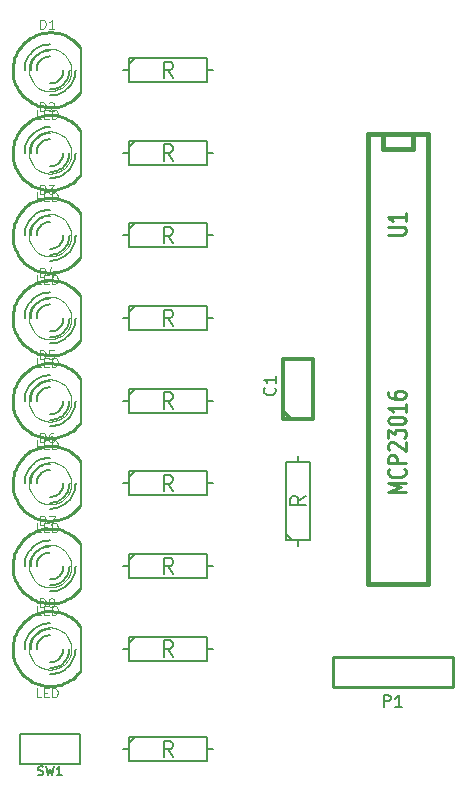
<source format=gto>
G04 (created by PCBNEW-RS274X (2012-apr-16-27)-stable) date Sa 15 Jun 2013 15:32:55 CEST*
G01*
G70*
G90*
%MOIN*%
G04 Gerber Fmt 3.4, Leading zero omitted, Abs format*
%FSLAX34Y34*%
G04 APERTURE LIST*
%ADD10C,0.006000*%
%ADD11C,0.008000*%
%ADD12C,0.010000*%
%ADD13C,0.003000*%
%ADD14C,0.015000*%
%ADD15C,0.012000*%
%ADD16C,0.003500*%
%ADD17C,0.011300*%
G04 APERTURE END LIST*
G54D10*
G54D11*
X56571Y-40748D02*
X56771Y-40748D01*
X59571Y-40748D02*
X59371Y-40748D01*
X59371Y-40748D02*
X59371Y-40348D01*
X59371Y-40348D02*
X56771Y-40348D01*
X56771Y-40348D02*
X56771Y-41148D01*
X56771Y-41148D02*
X59371Y-41148D01*
X59371Y-41148D02*
X59371Y-40748D01*
X56771Y-40548D02*
X56971Y-40348D01*
X56571Y-37992D02*
X56771Y-37992D01*
X59571Y-37992D02*
X59371Y-37992D01*
X59371Y-37992D02*
X59371Y-37592D01*
X59371Y-37592D02*
X56771Y-37592D01*
X56771Y-37592D02*
X56771Y-38392D01*
X56771Y-38392D02*
X59371Y-38392D01*
X59371Y-38392D02*
X59371Y-37992D01*
X56771Y-37792D02*
X56971Y-37592D01*
X56571Y-35236D02*
X56771Y-35236D01*
X59571Y-35236D02*
X59371Y-35236D01*
X59371Y-35236D02*
X59371Y-34836D01*
X59371Y-34836D02*
X56771Y-34836D01*
X56771Y-34836D02*
X56771Y-35636D01*
X56771Y-35636D02*
X59371Y-35636D01*
X59371Y-35636D02*
X59371Y-35236D01*
X56771Y-35036D02*
X56971Y-34836D01*
X56571Y-32480D02*
X56771Y-32480D01*
X59571Y-32480D02*
X59371Y-32480D01*
X59371Y-32480D02*
X59371Y-32080D01*
X59371Y-32080D02*
X56771Y-32080D01*
X56771Y-32080D02*
X56771Y-32880D01*
X56771Y-32880D02*
X59371Y-32880D01*
X59371Y-32880D02*
X59371Y-32480D01*
X56771Y-32280D02*
X56971Y-32080D01*
X56571Y-29724D02*
X56771Y-29724D01*
X59571Y-29724D02*
X59371Y-29724D01*
X59371Y-29724D02*
X59371Y-29324D01*
X59371Y-29324D02*
X56771Y-29324D01*
X56771Y-29324D02*
X56771Y-30124D01*
X56771Y-30124D02*
X59371Y-30124D01*
X59371Y-30124D02*
X59371Y-29724D01*
X56771Y-29524D02*
X56971Y-29324D01*
X56571Y-26969D02*
X56771Y-26969D01*
X59571Y-26969D02*
X59371Y-26969D01*
X59371Y-26969D02*
X59371Y-26569D01*
X59371Y-26569D02*
X56771Y-26569D01*
X56771Y-26569D02*
X56771Y-27369D01*
X56771Y-27369D02*
X59371Y-27369D01*
X59371Y-27369D02*
X59371Y-26969D01*
X56771Y-26769D02*
X56971Y-26569D01*
X56571Y-24213D02*
X56771Y-24213D01*
X59571Y-24213D02*
X59371Y-24213D01*
X59371Y-24213D02*
X59371Y-23813D01*
X59371Y-23813D02*
X56771Y-23813D01*
X56771Y-23813D02*
X56771Y-24613D01*
X56771Y-24613D02*
X59371Y-24613D01*
X59371Y-24613D02*
X59371Y-24213D01*
X56771Y-24013D02*
X56971Y-23813D01*
X56571Y-21457D02*
X56771Y-21457D01*
X59571Y-21457D02*
X59371Y-21457D01*
X59371Y-21457D02*
X59371Y-21057D01*
X59371Y-21057D02*
X56771Y-21057D01*
X56771Y-21057D02*
X56771Y-21857D01*
X56771Y-21857D02*
X59371Y-21857D01*
X59371Y-21857D02*
X59371Y-21457D01*
X56771Y-21257D02*
X56971Y-21057D01*
X62402Y-37327D02*
X62402Y-37127D01*
X62402Y-34327D02*
X62402Y-34527D01*
X62402Y-34527D02*
X62002Y-34527D01*
X62002Y-34527D02*
X62002Y-37127D01*
X62002Y-37127D02*
X62802Y-37127D01*
X62802Y-37127D02*
X62802Y-34527D01*
X62802Y-34527D02*
X62402Y-34527D01*
X62202Y-37127D02*
X62002Y-36927D01*
X56571Y-44094D02*
X56771Y-44094D01*
X59571Y-44094D02*
X59371Y-44094D01*
X59371Y-44094D02*
X59371Y-43694D01*
X59371Y-43694D02*
X56771Y-43694D01*
X56771Y-43694D02*
X56771Y-44494D01*
X56771Y-44494D02*
X59371Y-44494D01*
X59371Y-44494D02*
X59371Y-44094D01*
X56771Y-43894D02*
X56971Y-43694D01*
G54D12*
X63551Y-41035D02*
X67551Y-41035D01*
X63551Y-42035D02*
X67551Y-42035D01*
X67551Y-42035D02*
X67551Y-41035D01*
X63551Y-41035D02*
X63551Y-42035D01*
G54D10*
X55134Y-43594D02*
X55134Y-44594D01*
X55134Y-44594D02*
X53134Y-44594D01*
X53134Y-44594D02*
X53134Y-43594D01*
X53134Y-43594D02*
X55134Y-43594D01*
G54D11*
X55155Y-41498D02*
X55155Y-39998D01*
G54D13*
X54842Y-40748D02*
X54828Y-40885D01*
X54788Y-41017D01*
X54723Y-41139D01*
X54636Y-41246D01*
X54530Y-41334D01*
X54408Y-41399D01*
X54277Y-41440D01*
X54139Y-41454D01*
X54003Y-41442D01*
X53871Y-41403D01*
X53748Y-41339D01*
X53641Y-41253D01*
X53552Y-41147D01*
X53486Y-41026D01*
X53444Y-40894D01*
X53429Y-40757D01*
X53440Y-40621D01*
X53478Y-40488D01*
X53541Y-40366D01*
X53627Y-40257D01*
X53732Y-40168D01*
X53852Y-40101D01*
X53984Y-40058D01*
X54121Y-40042D01*
X54257Y-40052D01*
X54390Y-40089D01*
X54513Y-40152D01*
X54622Y-40237D01*
X54712Y-40341D01*
X54780Y-40461D01*
X54824Y-40592D01*
X54841Y-40729D01*
X54842Y-40748D01*
G54D12*
X55134Y-39998D02*
X55065Y-39914D01*
X54989Y-39836D01*
X54906Y-39765D01*
X54817Y-39701D01*
X54723Y-39646D01*
X54625Y-39599D01*
X54523Y-39560D01*
X54418Y-39531D01*
X54311Y-39511D01*
X54202Y-39500D01*
X54094Y-39499D01*
X53985Y-39508D01*
X53878Y-39525D01*
X53772Y-39552D01*
X53669Y-39589D01*
X53570Y-39634D01*
X53475Y-39687D01*
X53385Y-39749D01*
X53301Y-39818D01*
X53223Y-39894D01*
X53152Y-39977D01*
X53088Y-40066D01*
X53033Y-40160D01*
X52986Y-40258D01*
X52947Y-40360D01*
X52918Y-40465D01*
X52898Y-40572D01*
X52887Y-40681D01*
X52886Y-40789D01*
X52895Y-40898D01*
X52912Y-41005D01*
X52939Y-41111D01*
X52976Y-41214D01*
X53021Y-41313D01*
X53074Y-41408D01*
X53136Y-41498D01*
X53205Y-41582D01*
X53281Y-41660D01*
X53364Y-41731D01*
X53453Y-41795D01*
X53547Y-41850D01*
X53645Y-41897D01*
X53747Y-41936D01*
X53852Y-41965D01*
X53959Y-41985D01*
X54068Y-41996D01*
X54176Y-41997D01*
X54285Y-41988D01*
X54392Y-41971D01*
X54498Y-41944D01*
X54601Y-41907D01*
X54700Y-41862D01*
X54795Y-41809D01*
X54885Y-41747D01*
X54969Y-41678D01*
X55047Y-41602D01*
X55118Y-41519D01*
X55134Y-41498D01*
G54D10*
X54135Y-40298D02*
X54096Y-40300D01*
X54057Y-40305D01*
X54019Y-40314D01*
X53982Y-40326D01*
X53945Y-40341D01*
X53911Y-40359D01*
X53877Y-40380D01*
X53846Y-40404D01*
X53817Y-40430D01*
X53791Y-40459D01*
X53767Y-40490D01*
X53746Y-40524D01*
X53728Y-40558D01*
X53713Y-40595D01*
X53701Y-40632D01*
X53692Y-40670D01*
X53687Y-40709D01*
X53685Y-40748D01*
X54135Y-41198D02*
X54174Y-41196D01*
X54213Y-41191D01*
X54251Y-41182D01*
X54288Y-41170D01*
X54325Y-41155D01*
X54360Y-41137D01*
X54393Y-41116D01*
X54424Y-41092D01*
X54453Y-41066D01*
X54479Y-41037D01*
X54503Y-41006D01*
X54524Y-40972D01*
X54542Y-40938D01*
X54557Y-40901D01*
X54569Y-40864D01*
X54578Y-40826D01*
X54583Y-40787D01*
X54585Y-40748D01*
X54135Y-40098D02*
X54079Y-40101D01*
X54023Y-40108D01*
X53967Y-40121D01*
X53913Y-40138D01*
X53861Y-40159D01*
X53811Y-40186D01*
X53763Y-40216D01*
X53718Y-40251D01*
X53676Y-40289D01*
X53638Y-40331D01*
X53603Y-40376D01*
X53573Y-40424D01*
X53546Y-40474D01*
X53525Y-40526D01*
X53508Y-40580D01*
X53495Y-40636D01*
X53488Y-40692D01*
X53485Y-40748D01*
X54135Y-41398D02*
X54191Y-41395D01*
X54247Y-41388D01*
X54303Y-41375D01*
X54357Y-41358D01*
X54409Y-41337D01*
X54460Y-41310D01*
X54507Y-41280D01*
X54552Y-41245D01*
X54594Y-41207D01*
X54632Y-41165D01*
X54667Y-41120D01*
X54697Y-41072D01*
X54724Y-41022D01*
X54745Y-40970D01*
X54762Y-40916D01*
X54775Y-40860D01*
X54782Y-40804D01*
X54785Y-40748D01*
X54135Y-39898D02*
X54061Y-39902D01*
X53988Y-39911D01*
X53916Y-39927D01*
X53845Y-39950D01*
X53776Y-39978D01*
X53711Y-40012D01*
X53648Y-40052D01*
X53589Y-40097D01*
X53534Y-40147D01*
X53484Y-40202D01*
X53439Y-40261D01*
X53399Y-40324D01*
X53365Y-40389D01*
X53337Y-40458D01*
X53314Y-40529D01*
X53298Y-40601D01*
X53289Y-40674D01*
X53285Y-40748D01*
X54135Y-41598D02*
X54209Y-41594D01*
X54282Y-41585D01*
X54354Y-41569D01*
X54425Y-41546D01*
X54494Y-41518D01*
X54560Y-41484D01*
X54622Y-41444D01*
X54681Y-41399D01*
X54736Y-41349D01*
X54786Y-41294D01*
X54831Y-41235D01*
X54871Y-41172D01*
X54905Y-41107D01*
X54933Y-41038D01*
X54956Y-40967D01*
X54972Y-40895D01*
X54981Y-40822D01*
X54985Y-40748D01*
G54D11*
X55155Y-38742D02*
X55155Y-37242D01*
G54D13*
X54842Y-37992D02*
X54828Y-38129D01*
X54788Y-38261D01*
X54723Y-38383D01*
X54636Y-38490D01*
X54530Y-38578D01*
X54408Y-38643D01*
X54277Y-38684D01*
X54139Y-38698D01*
X54003Y-38686D01*
X53871Y-38647D01*
X53748Y-38583D01*
X53641Y-38497D01*
X53552Y-38391D01*
X53486Y-38270D01*
X53444Y-38138D01*
X53429Y-38001D01*
X53440Y-37865D01*
X53478Y-37732D01*
X53541Y-37610D01*
X53627Y-37501D01*
X53732Y-37412D01*
X53852Y-37345D01*
X53984Y-37302D01*
X54121Y-37286D01*
X54257Y-37296D01*
X54390Y-37333D01*
X54513Y-37396D01*
X54622Y-37481D01*
X54712Y-37585D01*
X54780Y-37705D01*
X54824Y-37836D01*
X54841Y-37973D01*
X54842Y-37992D01*
G54D12*
X55134Y-37242D02*
X55065Y-37158D01*
X54989Y-37080D01*
X54906Y-37009D01*
X54817Y-36945D01*
X54723Y-36890D01*
X54625Y-36843D01*
X54523Y-36804D01*
X54418Y-36775D01*
X54311Y-36755D01*
X54202Y-36744D01*
X54094Y-36743D01*
X53985Y-36752D01*
X53878Y-36769D01*
X53772Y-36796D01*
X53669Y-36833D01*
X53570Y-36878D01*
X53475Y-36931D01*
X53385Y-36993D01*
X53301Y-37062D01*
X53223Y-37138D01*
X53152Y-37221D01*
X53088Y-37310D01*
X53033Y-37404D01*
X52986Y-37502D01*
X52947Y-37604D01*
X52918Y-37709D01*
X52898Y-37816D01*
X52887Y-37925D01*
X52886Y-38033D01*
X52895Y-38142D01*
X52912Y-38249D01*
X52939Y-38355D01*
X52976Y-38458D01*
X53021Y-38557D01*
X53074Y-38652D01*
X53136Y-38742D01*
X53205Y-38826D01*
X53281Y-38904D01*
X53364Y-38975D01*
X53453Y-39039D01*
X53547Y-39094D01*
X53645Y-39141D01*
X53747Y-39180D01*
X53852Y-39209D01*
X53959Y-39229D01*
X54068Y-39240D01*
X54176Y-39241D01*
X54285Y-39232D01*
X54392Y-39215D01*
X54498Y-39188D01*
X54601Y-39151D01*
X54700Y-39106D01*
X54795Y-39053D01*
X54885Y-38991D01*
X54969Y-38922D01*
X55047Y-38846D01*
X55118Y-38763D01*
X55134Y-38742D01*
G54D10*
X54135Y-37542D02*
X54096Y-37544D01*
X54057Y-37549D01*
X54019Y-37558D01*
X53982Y-37570D01*
X53945Y-37585D01*
X53911Y-37603D01*
X53877Y-37624D01*
X53846Y-37648D01*
X53817Y-37674D01*
X53791Y-37703D01*
X53767Y-37734D01*
X53746Y-37768D01*
X53728Y-37802D01*
X53713Y-37839D01*
X53701Y-37876D01*
X53692Y-37914D01*
X53687Y-37953D01*
X53685Y-37992D01*
X54135Y-38442D02*
X54174Y-38440D01*
X54213Y-38435D01*
X54251Y-38426D01*
X54288Y-38414D01*
X54325Y-38399D01*
X54360Y-38381D01*
X54393Y-38360D01*
X54424Y-38336D01*
X54453Y-38310D01*
X54479Y-38281D01*
X54503Y-38250D01*
X54524Y-38216D01*
X54542Y-38182D01*
X54557Y-38145D01*
X54569Y-38108D01*
X54578Y-38070D01*
X54583Y-38031D01*
X54585Y-37992D01*
X54135Y-37342D02*
X54079Y-37345D01*
X54023Y-37352D01*
X53967Y-37365D01*
X53913Y-37382D01*
X53861Y-37403D01*
X53811Y-37430D01*
X53763Y-37460D01*
X53718Y-37495D01*
X53676Y-37533D01*
X53638Y-37575D01*
X53603Y-37620D01*
X53573Y-37668D01*
X53546Y-37718D01*
X53525Y-37770D01*
X53508Y-37824D01*
X53495Y-37880D01*
X53488Y-37936D01*
X53485Y-37992D01*
X54135Y-38642D02*
X54191Y-38639D01*
X54247Y-38632D01*
X54303Y-38619D01*
X54357Y-38602D01*
X54409Y-38581D01*
X54460Y-38554D01*
X54507Y-38524D01*
X54552Y-38489D01*
X54594Y-38451D01*
X54632Y-38409D01*
X54667Y-38364D01*
X54697Y-38316D01*
X54724Y-38266D01*
X54745Y-38214D01*
X54762Y-38160D01*
X54775Y-38104D01*
X54782Y-38048D01*
X54785Y-37992D01*
X54135Y-37142D02*
X54061Y-37146D01*
X53988Y-37155D01*
X53916Y-37171D01*
X53845Y-37194D01*
X53776Y-37222D01*
X53711Y-37256D01*
X53648Y-37296D01*
X53589Y-37341D01*
X53534Y-37391D01*
X53484Y-37446D01*
X53439Y-37505D01*
X53399Y-37568D01*
X53365Y-37633D01*
X53337Y-37702D01*
X53314Y-37773D01*
X53298Y-37845D01*
X53289Y-37918D01*
X53285Y-37992D01*
X54135Y-38842D02*
X54209Y-38838D01*
X54282Y-38829D01*
X54354Y-38813D01*
X54425Y-38790D01*
X54494Y-38762D01*
X54560Y-38728D01*
X54622Y-38688D01*
X54681Y-38643D01*
X54736Y-38593D01*
X54786Y-38538D01*
X54831Y-38479D01*
X54871Y-38416D01*
X54905Y-38351D01*
X54933Y-38282D01*
X54956Y-38211D01*
X54972Y-38139D01*
X54981Y-38066D01*
X54985Y-37992D01*
G54D11*
X55155Y-35986D02*
X55155Y-34486D01*
G54D13*
X54842Y-35236D02*
X54828Y-35373D01*
X54788Y-35505D01*
X54723Y-35627D01*
X54636Y-35734D01*
X54530Y-35822D01*
X54408Y-35887D01*
X54277Y-35928D01*
X54139Y-35942D01*
X54003Y-35930D01*
X53871Y-35891D01*
X53748Y-35827D01*
X53641Y-35741D01*
X53552Y-35635D01*
X53486Y-35514D01*
X53444Y-35382D01*
X53429Y-35245D01*
X53440Y-35109D01*
X53478Y-34976D01*
X53541Y-34854D01*
X53627Y-34745D01*
X53732Y-34656D01*
X53852Y-34589D01*
X53984Y-34546D01*
X54121Y-34530D01*
X54257Y-34540D01*
X54390Y-34577D01*
X54513Y-34640D01*
X54622Y-34725D01*
X54712Y-34829D01*
X54780Y-34949D01*
X54824Y-35080D01*
X54841Y-35217D01*
X54842Y-35236D01*
G54D12*
X55134Y-34486D02*
X55065Y-34402D01*
X54989Y-34324D01*
X54906Y-34253D01*
X54817Y-34189D01*
X54723Y-34134D01*
X54625Y-34087D01*
X54523Y-34048D01*
X54418Y-34019D01*
X54311Y-33999D01*
X54202Y-33988D01*
X54094Y-33987D01*
X53985Y-33996D01*
X53878Y-34013D01*
X53772Y-34040D01*
X53669Y-34077D01*
X53570Y-34122D01*
X53475Y-34175D01*
X53385Y-34237D01*
X53301Y-34306D01*
X53223Y-34382D01*
X53152Y-34465D01*
X53088Y-34554D01*
X53033Y-34648D01*
X52986Y-34746D01*
X52947Y-34848D01*
X52918Y-34953D01*
X52898Y-35060D01*
X52887Y-35169D01*
X52886Y-35277D01*
X52895Y-35386D01*
X52912Y-35493D01*
X52939Y-35599D01*
X52976Y-35702D01*
X53021Y-35801D01*
X53074Y-35896D01*
X53136Y-35986D01*
X53205Y-36070D01*
X53281Y-36148D01*
X53364Y-36219D01*
X53453Y-36283D01*
X53547Y-36338D01*
X53645Y-36385D01*
X53747Y-36424D01*
X53852Y-36453D01*
X53959Y-36473D01*
X54068Y-36484D01*
X54176Y-36485D01*
X54285Y-36476D01*
X54392Y-36459D01*
X54498Y-36432D01*
X54601Y-36395D01*
X54700Y-36350D01*
X54795Y-36297D01*
X54885Y-36235D01*
X54969Y-36166D01*
X55047Y-36090D01*
X55118Y-36007D01*
X55134Y-35986D01*
G54D10*
X54135Y-34786D02*
X54096Y-34788D01*
X54057Y-34793D01*
X54019Y-34802D01*
X53982Y-34814D01*
X53945Y-34829D01*
X53911Y-34847D01*
X53877Y-34868D01*
X53846Y-34892D01*
X53817Y-34918D01*
X53791Y-34947D01*
X53767Y-34978D01*
X53746Y-35012D01*
X53728Y-35046D01*
X53713Y-35083D01*
X53701Y-35120D01*
X53692Y-35158D01*
X53687Y-35197D01*
X53685Y-35236D01*
X54135Y-35686D02*
X54174Y-35684D01*
X54213Y-35679D01*
X54251Y-35670D01*
X54288Y-35658D01*
X54325Y-35643D01*
X54360Y-35625D01*
X54393Y-35604D01*
X54424Y-35580D01*
X54453Y-35554D01*
X54479Y-35525D01*
X54503Y-35494D01*
X54524Y-35460D01*
X54542Y-35426D01*
X54557Y-35389D01*
X54569Y-35352D01*
X54578Y-35314D01*
X54583Y-35275D01*
X54585Y-35236D01*
X54135Y-34586D02*
X54079Y-34589D01*
X54023Y-34596D01*
X53967Y-34609D01*
X53913Y-34626D01*
X53861Y-34647D01*
X53811Y-34674D01*
X53763Y-34704D01*
X53718Y-34739D01*
X53676Y-34777D01*
X53638Y-34819D01*
X53603Y-34864D01*
X53573Y-34912D01*
X53546Y-34962D01*
X53525Y-35014D01*
X53508Y-35068D01*
X53495Y-35124D01*
X53488Y-35180D01*
X53485Y-35236D01*
X54135Y-35886D02*
X54191Y-35883D01*
X54247Y-35876D01*
X54303Y-35863D01*
X54357Y-35846D01*
X54409Y-35825D01*
X54460Y-35798D01*
X54507Y-35768D01*
X54552Y-35733D01*
X54594Y-35695D01*
X54632Y-35653D01*
X54667Y-35608D01*
X54697Y-35560D01*
X54724Y-35510D01*
X54745Y-35458D01*
X54762Y-35404D01*
X54775Y-35348D01*
X54782Y-35292D01*
X54785Y-35236D01*
X54135Y-34386D02*
X54061Y-34390D01*
X53988Y-34399D01*
X53916Y-34415D01*
X53845Y-34438D01*
X53776Y-34466D01*
X53711Y-34500D01*
X53648Y-34540D01*
X53589Y-34585D01*
X53534Y-34635D01*
X53484Y-34690D01*
X53439Y-34749D01*
X53399Y-34812D01*
X53365Y-34877D01*
X53337Y-34946D01*
X53314Y-35017D01*
X53298Y-35089D01*
X53289Y-35162D01*
X53285Y-35236D01*
X54135Y-36086D02*
X54209Y-36082D01*
X54282Y-36073D01*
X54354Y-36057D01*
X54425Y-36034D01*
X54494Y-36006D01*
X54560Y-35972D01*
X54622Y-35932D01*
X54681Y-35887D01*
X54736Y-35837D01*
X54786Y-35782D01*
X54831Y-35723D01*
X54871Y-35660D01*
X54905Y-35595D01*
X54933Y-35526D01*
X54956Y-35455D01*
X54972Y-35383D01*
X54981Y-35310D01*
X54985Y-35236D01*
G54D11*
X55155Y-33230D02*
X55155Y-31730D01*
G54D13*
X54842Y-32480D02*
X54828Y-32617D01*
X54788Y-32749D01*
X54723Y-32871D01*
X54636Y-32978D01*
X54530Y-33066D01*
X54408Y-33131D01*
X54277Y-33172D01*
X54139Y-33186D01*
X54003Y-33174D01*
X53871Y-33135D01*
X53748Y-33071D01*
X53641Y-32985D01*
X53552Y-32879D01*
X53486Y-32758D01*
X53444Y-32626D01*
X53429Y-32489D01*
X53440Y-32353D01*
X53478Y-32220D01*
X53541Y-32098D01*
X53627Y-31989D01*
X53732Y-31900D01*
X53852Y-31833D01*
X53984Y-31790D01*
X54121Y-31774D01*
X54257Y-31784D01*
X54390Y-31821D01*
X54513Y-31884D01*
X54622Y-31969D01*
X54712Y-32073D01*
X54780Y-32193D01*
X54824Y-32324D01*
X54841Y-32461D01*
X54842Y-32480D01*
G54D12*
X55134Y-31730D02*
X55065Y-31646D01*
X54989Y-31568D01*
X54906Y-31497D01*
X54817Y-31433D01*
X54723Y-31378D01*
X54625Y-31331D01*
X54523Y-31292D01*
X54418Y-31263D01*
X54311Y-31243D01*
X54202Y-31232D01*
X54094Y-31231D01*
X53985Y-31240D01*
X53878Y-31257D01*
X53772Y-31284D01*
X53669Y-31321D01*
X53570Y-31366D01*
X53475Y-31419D01*
X53385Y-31481D01*
X53301Y-31550D01*
X53223Y-31626D01*
X53152Y-31709D01*
X53088Y-31798D01*
X53033Y-31892D01*
X52986Y-31990D01*
X52947Y-32092D01*
X52918Y-32197D01*
X52898Y-32304D01*
X52887Y-32413D01*
X52886Y-32521D01*
X52895Y-32630D01*
X52912Y-32737D01*
X52939Y-32843D01*
X52976Y-32946D01*
X53021Y-33045D01*
X53074Y-33140D01*
X53136Y-33230D01*
X53205Y-33314D01*
X53281Y-33392D01*
X53364Y-33463D01*
X53453Y-33527D01*
X53547Y-33582D01*
X53645Y-33629D01*
X53747Y-33668D01*
X53852Y-33697D01*
X53959Y-33717D01*
X54068Y-33728D01*
X54176Y-33729D01*
X54285Y-33720D01*
X54392Y-33703D01*
X54498Y-33676D01*
X54601Y-33639D01*
X54700Y-33594D01*
X54795Y-33541D01*
X54885Y-33479D01*
X54969Y-33410D01*
X55047Y-33334D01*
X55118Y-33251D01*
X55134Y-33230D01*
G54D10*
X54135Y-32030D02*
X54096Y-32032D01*
X54057Y-32037D01*
X54019Y-32046D01*
X53982Y-32058D01*
X53945Y-32073D01*
X53911Y-32091D01*
X53877Y-32112D01*
X53846Y-32136D01*
X53817Y-32162D01*
X53791Y-32191D01*
X53767Y-32222D01*
X53746Y-32256D01*
X53728Y-32290D01*
X53713Y-32327D01*
X53701Y-32364D01*
X53692Y-32402D01*
X53687Y-32441D01*
X53685Y-32480D01*
X54135Y-32930D02*
X54174Y-32928D01*
X54213Y-32923D01*
X54251Y-32914D01*
X54288Y-32902D01*
X54325Y-32887D01*
X54360Y-32869D01*
X54393Y-32848D01*
X54424Y-32824D01*
X54453Y-32798D01*
X54479Y-32769D01*
X54503Y-32738D01*
X54524Y-32704D01*
X54542Y-32670D01*
X54557Y-32633D01*
X54569Y-32596D01*
X54578Y-32558D01*
X54583Y-32519D01*
X54585Y-32480D01*
X54135Y-31830D02*
X54079Y-31833D01*
X54023Y-31840D01*
X53967Y-31853D01*
X53913Y-31870D01*
X53861Y-31891D01*
X53811Y-31918D01*
X53763Y-31948D01*
X53718Y-31983D01*
X53676Y-32021D01*
X53638Y-32063D01*
X53603Y-32108D01*
X53573Y-32156D01*
X53546Y-32206D01*
X53525Y-32258D01*
X53508Y-32312D01*
X53495Y-32368D01*
X53488Y-32424D01*
X53485Y-32480D01*
X54135Y-33130D02*
X54191Y-33127D01*
X54247Y-33120D01*
X54303Y-33107D01*
X54357Y-33090D01*
X54409Y-33069D01*
X54460Y-33042D01*
X54507Y-33012D01*
X54552Y-32977D01*
X54594Y-32939D01*
X54632Y-32897D01*
X54667Y-32852D01*
X54697Y-32804D01*
X54724Y-32754D01*
X54745Y-32702D01*
X54762Y-32648D01*
X54775Y-32592D01*
X54782Y-32536D01*
X54785Y-32480D01*
X54135Y-31630D02*
X54061Y-31634D01*
X53988Y-31643D01*
X53916Y-31659D01*
X53845Y-31682D01*
X53776Y-31710D01*
X53711Y-31744D01*
X53648Y-31784D01*
X53589Y-31829D01*
X53534Y-31879D01*
X53484Y-31934D01*
X53439Y-31993D01*
X53399Y-32056D01*
X53365Y-32121D01*
X53337Y-32190D01*
X53314Y-32261D01*
X53298Y-32333D01*
X53289Y-32406D01*
X53285Y-32480D01*
X54135Y-33330D02*
X54209Y-33326D01*
X54282Y-33317D01*
X54354Y-33301D01*
X54425Y-33278D01*
X54494Y-33250D01*
X54560Y-33216D01*
X54622Y-33176D01*
X54681Y-33131D01*
X54736Y-33081D01*
X54786Y-33026D01*
X54831Y-32967D01*
X54871Y-32904D01*
X54905Y-32839D01*
X54933Y-32770D01*
X54956Y-32699D01*
X54972Y-32627D01*
X54981Y-32554D01*
X54985Y-32480D01*
G54D11*
X55155Y-30474D02*
X55155Y-28974D01*
G54D13*
X54842Y-29724D02*
X54828Y-29861D01*
X54788Y-29993D01*
X54723Y-30115D01*
X54636Y-30222D01*
X54530Y-30310D01*
X54408Y-30375D01*
X54277Y-30416D01*
X54139Y-30430D01*
X54003Y-30418D01*
X53871Y-30379D01*
X53748Y-30315D01*
X53641Y-30229D01*
X53552Y-30123D01*
X53486Y-30002D01*
X53444Y-29870D01*
X53429Y-29733D01*
X53440Y-29597D01*
X53478Y-29464D01*
X53541Y-29342D01*
X53627Y-29233D01*
X53732Y-29144D01*
X53852Y-29077D01*
X53984Y-29034D01*
X54121Y-29018D01*
X54257Y-29028D01*
X54390Y-29065D01*
X54513Y-29128D01*
X54622Y-29213D01*
X54712Y-29317D01*
X54780Y-29437D01*
X54824Y-29568D01*
X54841Y-29705D01*
X54842Y-29724D01*
G54D12*
X55134Y-28974D02*
X55065Y-28890D01*
X54989Y-28812D01*
X54906Y-28741D01*
X54817Y-28677D01*
X54723Y-28622D01*
X54625Y-28575D01*
X54523Y-28536D01*
X54418Y-28507D01*
X54311Y-28487D01*
X54202Y-28476D01*
X54094Y-28475D01*
X53985Y-28484D01*
X53878Y-28501D01*
X53772Y-28528D01*
X53669Y-28565D01*
X53570Y-28610D01*
X53475Y-28663D01*
X53385Y-28725D01*
X53301Y-28794D01*
X53223Y-28870D01*
X53152Y-28953D01*
X53088Y-29042D01*
X53033Y-29136D01*
X52986Y-29234D01*
X52947Y-29336D01*
X52918Y-29441D01*
X52898Y-29548D01*
X52887Y-29657D01*
X52886Y-29765D01*
X52895Y-29874D01*
X52912Y-29981D01*
X52939Y-30087D01*
X52976Y-30190D01*
X53021Y-30289D01*
X53074Y-30384D01*
X53136Y-30474D01*
X53205Y-30558D01*
X53281Y-30636D01*
X53364Y-30707D01*
X53453Y-30771D01*
X53547Y-30826D01*
X53645Y-30873D01*
X53747Y-30912D01*
X53852Y-30941D01*
X53959Y-30961D01*
X54068Y-30972D01*
X54176Y-30973D01*
X54285Y-30964D01*
X54392Y-30947D01*
X54498Y-30920D01*
X54601Y-30883D01*
X54700Y-30838D01*
X54795Y-30785D01*
X54885Y-30723D01*
X54969Y-30654D01*
X55047Y-30578D01*
X55118Y-30495D01*
X55134Y-30474D01*
G54D10*
X54135Y-29274D02*
X54096Y-29276D01*
X54057Y-29281D01*
X54019Y-29290D01*
X53982Y-29302D01*
X53945Y-29317D01*
X53911Y-29335D01*
X53877Y-29356D01*
X53846Y-29380D01*
X53817Y-29406D01*
X53791Y-29435D01*
X53767Y-29466D01*
X53746Y-29500D01*
X53728Y-29534D01*
X53713Y-29571D01*
X53701Y-29608D01*
X53692Y-29646D01*
X53687Y-29685D01*
X53685Y-29724D01*
X54135Y-30174D02*
X54174Y-30172D01*
X54213Y-30167D01*
X54251Y-30158D01*
X54288Y-30146D01*
X54325Y-30131D01*
X54360Y-30113D01*
X54393Y-30092D01*
X54424Y-30068D01*
X54453Y-30042D01*
X54479Y-30013D01*
X54503Y-29982D01*
X54524Y-29948D01*
X54542Y-29914D01*
X54557Y-29877D01*
X54569Y-29840D01*
X54578Y-29802D01*
X54583Y-29763D01*
X54585Y-29724D01*
X54135Y-29074D02*
X54079Y-29077D01*
X54023Y-29084D01*
X53967Y-29097D01*
X53913Y-29114D01*
X53861Y-29135D01*
X53811Y-29162D01*
X53763Y-29192D01*
X53718Y-29227D01*
X53676Y-29265D01*
X53638Y-29307D01*
X53603Y-29352D01*
X53573Y-29400D01*
X53546Y-29450D01*
X53525Y-29502D01*
X53508Y-29556D01*
X53495Y-29612D01*
X53488Y-29668D01*
X53485Y-29724D01*
X54135Y-30374D02*
X54191Y-30371D01*
X54247Y-30364D01*
X54303Y-30351D01*
X54357Y-30334D01*
X54409Y-30313D01*
X54460Y-30286D01*
X54507Y-30256D01*
X54552Y-30221D01*
X54594Y-30183D01*
X54632Y-30141D01*
X54667Y-30096D01*
X54697Y-30048D01*
X54724Y-29998D01*
X54745Y-29946D01*
X54762Y-29892D01*
X54775Y-29836D01*
X54782Y-29780D01*
X54785Y-29724D01*
X54135Y-28874D02*
X54061Y-28878D01*
X53988Y-28887D01*
X53916Y-28903D01*
X53845Y-28926D01*
X53776Y-28954D01*
X53711Y-28988D01*
X53648Y-29028D01*
X53589Y-29073D01*
X53534Y-29123D01*
X53484Y-29178D01*
X53439Y-29237D01*
X53399Y-29300D01*
X53365Y-29365D01*
X53337Y-29434D01*
X53314Y-29505D01*
X53298Y-29577D01*
X53289Y-29650D01*
X53285Y-29724D01*
X54135Y-30574D02*
X54209Y-30570D01*
X54282Y-30561D01*
X54354Y-30545D01*
X54425Y-30522D01*
X54494Y-30494D01*
X54560Y-30460D01*
X54622Y-30420D01*
X54681Y-30375D01*
X54736Y-30325D01*
X54786Y-30270D01*
X54831Y-30211D01*
X54871Y-30148D01*
X54905Y-30083D01*
X54933Y-30014D01*
X54956Y-29943D01*
X54972Y-29871D01*
X54981Y-29798D01*
X54985Y-29724D01*
G54D11*
X55155Y-27719D02*
X55155Y-26219D01*
G54D13*
X54842Y-26969D02*
X54828Y-27106D01*
X54788Y-27238D01*
X54723Y-27360D01*
X54636Y-27467D01*
X54530Y-27555D01*
X54408Y-27620D01*
X54277Y-27661D01*
X54139Y-27675D01*
X54003Y-27663D01*
X53871Y-27624D01*
X53748Y-27560D01*
X53641Y-27474D01*
X53552Y-27368D01*
X53486Y-27247D01*
X53444Y-27115D01*
X53429Y-26978D01*
X53440Y-26842D01*
X53478Y-26709D01*
X53541Y-26587D01*
X53627Y-26478D01*
X53732Y-26389D01*
X53852Y-26322D01*
X53984Y-26279D01*
X54121Y-26263D01*
X54257Y-26273D01*
X54390Y-26310D01*
X54513Y-26373D01*
X54622Y-26458D01*
X54712Y-26562D01*
X54780Y-26682D01*
X54824Y-26813D01*
X54841Y-26950D01*
X54842Y-26969D01*
G54D12*
X55134Y-26219D02*
X55065Y-26135D01*
X54989Y-26057D01*
X54906Y-25986D01*
X54817Y-25922D01*
X54723Y-25867D01*
X54625Y-25820D01*
X54523Y-25781D01*
X54418Y-25752D01*
X54311Y-25732D01*
X54202Y-25721D01*
X54094Y-25720D01*
X53985Y-25729D01*
X53878Y-25746D01*
X53772Y-25773D01*
X53669Y-25810D01*
X53570Y-25855D01*
X53475Y-25908D01*
X53385Y-25970D01*
X53301Y-26039D01*
X53223Y-26115D01*
X53152Y-26198D01*
X53088Y-26287D01*
X53033Y-26381D01*
X52986Y-26479D01*
X52947Y-26581D01*
X52918Y-26686D01*
X52898Y-26793D01*
X52887Y-26902D01*
X52886Y-27010D01*
X52895Y-27119D01*
X52912Y-27226D01*
X52939Y-27332D01*
X52976Y-27435D01*
X53021Y-27534D01*
X53074Y-27629D01*
X53136Y-27719D01*
X53205Y-27803D01*
X53281Y-27881D01*
X53364Y-27952D01*
X53453Y-28016D01*
X53547Y-28071D01*
X53645Y-28118D01*
X53747Y-28157D01*
X53852Y-28186D01*
X53959Y-28206D01*
X54068Y-28217D01*
X54176Y-28218D01*
X54285Y-28209D01*
X54392Y-28192D01*
X54498Y-28165D01*
X54601Y-28128D01*
X54700Y-28083D01*
X54795Y-28030D01*
X54885Y-27968D01*
X54969Y-27899D01*
X55047Y-27823D01*
X55118Y-27740D01*
X55134Y-27719D01*
G54D10*
X54135Y-26519D02*
X54096Y-26521D01*
X54057Y-26526D01*
X54019Y-26535D01*
X53982Y-26547D01*
X53945Y-26562D01*
X53911Y-26580D01*
X53877Y-26601D01*
X53846Y-26625D01*
X53817Y-26651D01*
X53791Y-26680D01*
X53767Y-26711D01*
X53746Y-26745D01*
X53728Y-26779D01*
X53713Y-26816D01*
X53701Y-26853D01*
X53692Y-26891D01*
X53687Y-26930D01*
X53685Y-26969D01*
X54135Y-27419D02*
X54174Y-27417D01*
X54213Y-27412D01*
X54251Y-27403D01*
X54288Y-27391D01*
X54325Y-27376D01*
X54360Y-27358D01*
X54393Y-27337D01*
X54424Y-27313D01*
X54453Y-27287D01*
X54479Y-27258D01*
X54503Y-27227D01*
X54524Y-27193D01*
X54542Y-27159D01*
X54557Y-27122D01*
X54569Y-27085D01*
X54578Y-27047D01*
X54583Y-27008D01*
X54585Y-26969D01*
X54135Y-26319D02*
X54079Y-26322D01*
X54023Y-26329D01*
X53967Y-26342D01*
X53913Y-26359D01*
X53861Y-26380D01*
X53811Y-26407D01*
X53763Y-26437D01*
X53718Y-26472D01*
X53676Y-26510D01*
X53638Y-26552D01*
X53603Y-26597D01*
X53573Y-26645D01*
X53546Y-26695D01*
X53525Y-26747D01*
X53508Y-26801D01*
X53495Y-26857D01*
X53488Y-26913D01*
X53485Y-26969D01*
X54135Y-27619D02*
X54191Y-27616D01*
X54247Y-27609D01*
X54303Y-27596D01*
X54357Y-27579D01*
X54409Y-27558D01*
X54460Y-27531D01*
X54507Y-27501D01*
X54552Y-27466D01*
X54594Y-27428D01*
X54632Y-27386D01*
X54667Y-27341D01*
X54697Y-27293D01*
X54724Y-27243D01*
X54745Y-27191D01*
X54762Y-27137D01*
X54775Y-27081D01*
X54782Y-27025D01*
X54785Y-26969D01*
X54135Y-26119D02*
X54061Y-26123D01*
X53988Y-26132D01*
X53916Y-26148D01*
X53845Y-26171D01*
X53776Y-26199D01*
X53711Y-26233D01*
X53648Y-26273D01*
X53589Y-26318D01*
X53534Y-26368D01*
X53484Y-26423D01*
X53439Y-26482D01*
X53399Y-26545D01*
X53365Y-26610D01*
X53337Y-26679D01*
X53314Y-26750D01*
X53298Y-26822D01*
X53289Y-26895D01*
X53285Y-26969D01*
X54135Y-27819D02*
X54209Y-27815D01*
X54282Y-27806D01*
X54354Y-27790D01*
X54425Y-27767D01*
X54494Y-27739D01*
X54560Y-27705D01*
X54622Y-27665D01*
X54681Y-27620D01*
X54736Y-27570D01*
X54786Y-27515D01*
X54831Y-27456D01*
X54871Y-27393D01*
X54905Y-27328D01*
X54933Y-27259D01*
X54956Y-27188D01*
X54972Y-27116D01*
X54981Y-27043D01*
X54985Y-26969D01*
G54D11*
X55155Y-24963D02*
X55155Y-23463D01*
G54D13*
X54842Y-24213D02*
X54828Y-24350D01*
X54788Y-24482D01*
X54723Y-24604D01*
X54636Y-24711D01*
X54530Y-24799D01*
X54408Y-24864D01*
X54277Y-24905D01*
X54139Y-24919D01*
X54003Y-24907D01*
X53871Y-24868D01*
X53748Y-24804D01*
X53641Y-24718D01*
X53552Y-24612D01*
X53486Y-24491D01*
X53444Y-24359D01*
X53429Y-24222D01*
X53440Y-24086D01*
X53478Y-23953D01*
X53541Y-23831D01*
X53627Y-23722D01*
X53732Y-23633D01*
X53852Y-23566D01*
X53984Y-23523D01*
X54121Y-23507D01*
X54257Y-23517D01*
X54390Y-23554D01*
X54513Y-23617D01*
X54622Y-23702D01*
X54712Y-23806D01*
X54780Y-23926D01*
X54824Y-24057D01*
X54841Y-24194D01*
X54842Y-24213D01*
G54D12*
X55134Y-23463D02*
X55065Y-23379D01*
X54989Y-23301D01*
X54906Y-23230D01*
X54817Y-23166D01*
X54723Y-23111D01*
X54625Y-23064D01*
X54523Y-23025D01*
X54418Y-22996D01*
X54311Y-22976D01*
X54202Y-22965D01*
X54094Y-22964D01*
X53985Y-22973D01*
X53878Y-22990D01*
X53772Y-23017D01*
X53669Y-23054D01*
X53570Y-23099D01*
X53475Y-23152D01*
X53385Y-23214D01*
X53301Y-23283D01*
X53223Y-23359D01*
X53152Y-23442D01*
X53088Y-23531D01*
X53033Y-23625D01*
X52986Y-23723D01*
X52947Y-23825D01*
X52918Y-23930D01*
X52898Y-24037D01*
X52887Y-24146D01*
X52886Y-24254D01*
X52895Y-24363D01*
X52912Y-24470D01*
X52939Y-24576D01*
X52976Y-24679D01*
X53021Y-24778D01*
X53074Y-24873D01*
X53136Y-24963D01*
X53205Y-25047D01*
X53281Y-25125D01*
X53364Y-25196D01*
X53453Y-25260D01*
X53547Y-25315D01*
X53645Y-25362D01*
X53747Y-25401D01*
X53852Y-25430D01*
X53959Y-25450D01*
X54068Y-25461D01*
X54176Y-25462D01*
X54285Y-25453D01*
X54392Y-25436D01*
X54498Y-25409D01*
X54601Y-25372D01*
X54700Y-25327D01*
X54795Y-25274D01*
X54885Y-25212D01*
X54969Y-25143D01*
X55047Y-25067D01*
X55118Y-24984D01*
X55134Y-24963D01*
G54D10*
X54135Y-23763D02*
X54096Y-23765D01*
X54057Y-23770D01*
X54019Y-23779D01*
X53982Y-23791D01*
X53945Y-23806D01*
X53911Y-23824D01*
X53877Y-23845D01*
X53846Y-23869D01*
X53817Y-23895D01*
X53791Y-23924D01*
X53767Y-23955D01*
X53746Y-23989D01*
X53728Y-24023D01*
X53713Y-24060D01*
X53701Y-24097D01*
X53692Y-24135D01*
X53687Y-24174D01*
X53685Y-24213D01*
X54135Y-24663D02*
X54174Y-24661D01*
X54213Y-24656D01*
X54251Y-24647D01*
X54288Y-24635D01*
X54325Y-24620D01*
X54360Y-24602D01*
X54393Y-24581D01*
X54424Y-24557D01*
X54453Y-24531D01*
X54479Y-24502D01*
X54503Y-24471D01*
X54524Y-24437D01*
X54542Y-24403D01*
X54557Y-24366D01*
X54569Y-24329D01*
X54578Y-24291D01*
X54583Y-24252D01*
X54585Y-24213D01*
X54135Y-23563D02*
X54079Y-23566D01*
X54023Y-23573D01*
X53967Y-23586D01*
X53913Y-23603D01*
X53861Y-23624D01*
X53811Y-23651D01*
X53763Y-23681D01*
X53718Y-23716D01*
X53676Y-23754D01*
X53638Y-23796D01*
X53603Y-23841D01*
X53573Y-23889D01*
X53546Y-23939D01*
X53525Y-23991D01*
X53508Y-24045D01*
X53495Y-24101D01*
X53488Y-24157D01*
X53485Y-24213D01*
X54135Y-24863D02*
X54191Y-24860D01*
X54247Y-24853D01*
X54303Y-24840D01*
X54357Y-24823D01*
X54409Y-24802D01*
X54460Y-24775D01*
X54507Y-24745D01*
X54552Y-24710D01*
X54594Y-24672D01*
X54632Y-24630D01*
X54667Y-24585D01*
X54697Y-24537D01*
X54724Y-24487D01*
X54745Y-24435D01*
X54762Y-24381D01*
X54775Y-24325D01*
X54782Y-24269D01*
X54785Y-24213D01*
X54135Y-23363D02*
X54061Y-23367D01*
X53988Y-23376D01*
X53916Y-23392D01*
X53845Y-23415D01*
X53776Y-23443D01*
X53711Y-23477D01*
X53648Y-23517D01*
X53589Y-23562D01*
X53534Y-23612D01*
X53484Y-23667D01*
X53439Y-23726D01*
X53399Y-23789D01*
X53365Y-23854D01*
X53337Y-23923D01*
X53314Y-23994D01*
X53298Y-24066D01*
X53289Y-24139D01*
X53285Y-24213D01*
X54135Y-25063D02*
X54209Y-25059D01*
X54282Y-25050D01*
X54354Y-25034D01*
X54425Y-25011D01*
X54494Y-24983D01*
X54560Y-24949D01*
X54622Y-24909D01*
X54681Y-24864D01*
X54736Y-24814D01*
X54786Y-24759D01*
X54831Y-24700D01*
X54871Y-24637D01*
X54905Y-24572D01*
X54933Y-24503D01*
X54956Y-24432D01*
X54972Y-24360D01*
X54981Y-24287D01*
X54985Y-24213D01*
G54D11*
X55155Y-22207D02*
X55155Y-20707D01*
G54D13*
X54842Y-21457D02*
X54828Y-21594D01*
X54788Y-21726D01*
X54723Y-21848D01*
X54636Y-21955D01*
X54530Y-22043D01*
X54408Y-22108D01*
X54277Y-22149D01*
X54139Y-22163D01*
X54003Y-22151D01*
X53871Y-22112D01*
X53748Y-22048D01*
X53641Y-21962D01*
X53552Y-21856D01*
X53486Y-21735D01*
X53444Y-21603D01*
X53429Y-21466D01*
X53440Y-21330D01*
X53478Y-21197D01*
X53541Y-21075D01*
X53627Y-20966D01*
X53732Y-20877D01*
X53852Y-20810D01*
X53984Y-20767D01*
X54121Y-20751D01*
X54257Y-20761D01*
X54390Y-20798D01*
X54513Y-20861D01*
X54622Y-20946D01*
X54712Y-21050D01*
X54780Y-21170D01*
X54824Y-21301D01*
X54841Y-21438D01*
X54842Y-21457D01*
G54D12*
X55134Y-20707D02*
X55065Y-20623D01*
X54989Y-20545D01*
X54906Y-20474D01*
X54817Y-20410D01*
X54723Y-20355D01*
X54625Y-20308D01*
X54523Y-20269D01*
X54418Y-20240D01*
X54311Y-20220D01*
X54202Y-20209D01*
X54094Y-20208D01*
X53985Y-20217D01*
X53878Y-20234D01*
X53772Y-20261D01*
X53669Y-20298D01*
X53570Y-20343D01*
X53475Y-20396D01*
X53385Y-20458D01*
X53301Y-20527D01*
X53223Y-20603D01*
X53152Y-20686D01*
X53088Y-20775D01*
X53033Y-20869D01*
X52986Y-20967D01*
X52947Y-21069D01*
X52918Y-21174D01*
X52898Y-21281D01*
X52887Y-21390D01*
X52886Y-21498D01*
X52895Y-21607D01*
X52912Y-21714D01*
X52939Y-21820D01*
X52976Y-21923D01*
X53021Y-22022D01*
X53074Y-22117D01*
X53136Y-22207D01*
X53205Y-22291D01*
X53281Y-22369D01*
X53364Y-22440D01*
X53453Y-22504D01*
X53547Y-22559D01*
X53645Y-22606D01*
X53747Y-22645D01*
X53852Y-22674D01*
X53959Y-22694D01*
X54068Y-22705D01*
X54176Y-22706D01*
X54285Y-22697D01*
X54392Y-22680D01*
X54498Y-22653D01*
X54601Y-22616D01*
X54700Y-22571D01*
X54795Y-22518D01*
X54885Y-22456D01*
X54969Y-22387D01*
X55047Y-22311D01*
X55118Y-22228D01*
X55134Y-22207D01*
G54D10*
X54135Y-21007D02*
X54096Y-21009D01*
X54057Y-21014D01*
X54019Y-21023D01*
X53982Y-21035D01*
X53945Y-21050D01*
X53911Y-21068D01*
X53877Y-21089D01*
X53846Y-21113D01*
X53817Y-21139D01*
X53791Y-21168D01*
X53767Y-21199D01*
X53746Y-21233D01*
X53728Y-21267D01*
X53713Y-21304D01*
X53701Y-21341D01*
X53692Y-21379D01*
X53687Y-21418D01*
X53685Y-21457D01*
X54135Y-21907D02*
X54174Y-21905D01*
X54213Y-21900D01*
X54251Y-21891D01*
X54288Y-21879D01*
X54325Y-21864D01*
X54360Y-21846D01*
X54393Y-21825D01*
X54424Y-21801D01*
X54453Y-21775D01*
X54479Y-21746D01*
X54503Y-21715D01*
X54524Y-21681D01*
X54542Y-21647D01*
X54557Y-21610D01*
X54569Y-21573D01*
X54578Y-21535D01*
X54583Y-21496D01*
X54585Y-21457D01*
X54135Y-20807D02*
X54079Y-20810D01*
X54023Y-20817D01*
X53967Y-20830D01*
X53913Y-20847D01*
X53861Y-20868D01*
X53811Y-20895D01*
X53763Y-20925D01*
X53718Y-20960D01*
X53676Y-20998D01*
X53638Y-21040D01*
X53603Y-21085D01*
X53573Y-21133D01*
X53546Y-21183D01*
X53525Y-21235D01*
X53508Y-21289D01*
X53495Y-21345D01*
X53488Y-21401D01*
X53485Y-21457D01*
X54135Y-22107D02*
X54191Y-22104D01*
X54247Y-22097D01*
X54303Y-22084D01*
X54357Y-22067D01*
X54409Y-22046D01*
X54460Y-22019D01*
X54507Y-21989D01*
X54552Y-21954D01*
X54594Y-21916D01*
X54632Y-21874D01*
X54667Y-21829D01*
X54697Y-21781D01*
X54724Y-21731D01*
X54745Y-21679D01*
X54762Y-21625D01*
X54775Y-21569D01*
X54782Y-21513D01*
X54785Y-21457D01*
X54135Y-20607D02*
X54061Y-20611D01*
X53988Y-20620D01*
X53916Y-20636D01*
X53845Y-20659D01*
X53776Y-20687D01*
X53711Y-20721D01*
X53648Y-20761D01*
X53589Y-20806D01*
X53534Y-20856D01*
X53484Y-20911D01*
X53439Y-20970D01*
X53399Y-21033D01*
X53365Y-21098D01*
X53337Y-21167D01*
X53314Y-21238D01*
X53298Y-21310D01*
X53289Y-21383D01*
X53285Y-21457D01*
X54135Y-22307D02*
X54209Y-22303D01*
X54282Y-22294D01*
X54354Y-22278D01*
X54425Y-22255D01*
X54494Y-22227D01*
X54560Y-22193D01*
X54622Y-22153D01*
X54681Y-22108D01*
X54736Y-22058D01*
X54786Y-22003D01*
X54831Y-21944D01*
X54871Y-21881D01*
X54905Y-21816D01*
X54933Y-21747D01*
X54956Y-21676D01*
X54972Y-21604D01*
X54981Y-21531D01*
X54985Y-21457D01*
G54D14*
X66748Y-23602D02*
X66748Y-38602D01*
X66748Y-38602D02*
X64748Y-38602D01*
X64748Y-38602D02*
X64748Y-23602D01*
X64748Y-23602D02*
X66748Y-23602D01*
X66248Y-23602D02*
X66248Y-24102D01*
X66248Y-24102D02*
X65248Y-24102D01*
X65248Y-24102D02*
X65248Y-23602D01*
G54D15*
X61902Y-33067D02*
X61902Y-31087D01*
X61902Y-31087D02*
X62902Y-31087D01*
X62902Y-31087D02*
X62902Y-33087D01*
X62902Y-33087D02*
X61902Y-33087D01*
X62152Y-33087D02*
X61902Y-32837D01*
G54D11*
X58226Y-41021D02*
X58059Y-40759D01*
X57940Y-41021D02*
X57940Y-40471D01*
X58131Y-40471D01*
X58178Y-40497D01*
X58202Y-40523D01*
X58226Y-40575D01*
X58226Y-40654D01*
X58202Y-40706D01*
X58178Y-40733D01*
X58131Y-40759D01*
X57940Y-40759D01*
X58226Y-38265D02*
X58059Y-38003D01*
X57940Y-38265D02*
X57940Y-37715D01*
X58131Y-37715D01*
X58178Y-37741D01*
X58202Y-37767D01*
X58226Y-37819D01*
X58226Y-37898D01*
X58202Y-37950D01*
X58178Y-37977D01*
X58131Y-38003D01*
X57940Y-38003D01*
X58226Y-35509D02*
X58059Y-35247D01*
X57940Y-35509D02*
X57940Y-34959D01*
X58131Y-34959D01*
X58178Y-34985D01*
X58202Y-35011D01*
X58226Y-35063D01*
X58226Y-35142D01*
X58202Y-35194D01*
X58178Y-35221D01*
X58131Y-35247D01*
X57940Y-35247D01*
X58226Y-32753D02*
X58059Y-32491D01*
X57940Y-32753D02*
X57940Y-32203D01*
X58131Y-32203D01*
X58178Y-32229D01*
X58202Y-32255D01*
X58226Y-32307D01*
X58226Y-32386D01*
X58202Y-32438D01*
X58178Y-32465D01*
X58131Y-32491D01*
X57940Y-32491D01*
X58226Y-29997D02*
X58059Y-29735D01*
X57940Y-29997D02*
X57940Y-29447D01*
X58131Y-29447D01*
X58178Y-29473D01*
X58202Y-29499D01*
X58226Y-29551D01*
X58226Y-29630D01*
X58202Y-29682D01*
X58178Y-29709D01*
X58131Y-29735D01*
X57940Y-29735D01*
X58226Y-27242D02*
X58059Y-26980D01*
X57940Y-27242D02*
X57940Y-26692D01*
X58131Y-26692D01*
X58178Y-26718D01*
X58202Y-26744D01*
X58226Y-26796D01*
X58226Y-26875D01*
X58202Y-26927D01*
X58178Y-26954D01*
X58131Y-26980D01*
X57940Y-26980D01*
X58226Y-24486D02*
X58059Y-24224D01*
X57940Y-24486D02*
X57940Y-23936D01*
X58131Y-23936D01*
X58178Y-23962D01*
X58202Y-23988D01*
X58226Y-24040D01*
X58226Y-24119D01*
X58202Y-24171D01*
X58178Y-24198D01*
X58131Y-24224D01*
X57940Y-24224D01*
X58226Y-21730D02*
X58059Y-21468D01*
X57940Y-21730D02*
X57940Y-21180D01*
X58131Y-21180D01*
X58178Y-21206D01*
X58202Y-21232D01*
X58226Y-21284D01*
X58226Y-21363D01*
X58202Y-21415D01*
X58178Y-21442D01*
X58131Y-21468D01*
X57940Y-21468D01*
X62675Y-35672D02*
X62413Y-35839D01*
X62675Y-35958D02*
X62125Y-35958D01*
X62125Y-35767D01*
X62151Y-35720D01*
X62177Y-35696D01*
X62229Y-35672D01*
X62308Y-35672D01*
X62360Y-35696D01*
X62387Y-35720D01*
X62413Y-35767D01*
X62413Y-35958D01*
X58226Y-44367D02*
X58059Y-44105D01*
X57940Y-44367D02*
X57940Y-43817D01*
X58131Y-43817D01*
X58178Y-43843D01*
X58202Y-43869D01*
X58226Y-43921D01*
X58226Y-44000D01*
X58202Y-44052D01*
X58178Y-44079D01*
X58131Y-44105D01*
X57940Y-44105D01*
X65256Y-42697D02*
X65256Y-42297D01*
X65409Y-42297D01*
X65447Y-42316D01*
X65466Y-42335D01*
X65485Y-42373D01*
X65485Y-42430D01*
X65466Y-42468D01*
X65447Y-42487D01*
X65409Y-42506D01*
X65256Y-42506D01*
X65866Y-42697D02*
X65637Y-42697D01*
X65751Y-42697D02*
X65751Y-42297D01*
X65713Y-42354D01*
X65675Y-42392D01*
X65637Y-42411D01*
G54D10*
X53734Y-44951D02*
X53777Y-44965D01*
X53848Y-44965D01*
X53877Y-44951D01*
X53891Y-44937D01*
X53906Y-44908D01*
X53906Y-44880D01*
X53891Y-44851D01*
X53877Y-44837D01*
X53848Y-44823D01*
X53791Y-44808D01*
X53763Y-44794D01*
X53748Y-44780D01*
X53734Y-44751D01*
X53734Y-44723D01*
X53748Y-44694D01*
X53763Y-44680D01*
X53791Y-44665D01*
X53863Y-44665D01*
X53906Y-44680D01*
X54006Y-44665D02*
X54077Y-44965D01*
X54134Y-44751D01*
X54192Y-44965D01*
X54263Y-44665D01*
X54535Y-44965D02*
X54363Y-44965D01*
X54449Y-44965D02*
X54449Y-44665D01*
X54420Y-44708D01*
X54392Y-44737D01*
X54363Y-44751D01*
G54D16*
X53813Y-39369D02*
X53813Y-39069D01*
X53885Y-39069D01*
X53928Y-39084D01*
X53956Y-39112D01*
X53971Y-39141D01*
X53985Y-39198D01*
X53985Y-39241D01*
X53971Y-39298D01*
X53956Y-39327D01*
X53928Y-39355D01*
X53885Y-39369D01*
X53813Y-39369D01*
X54156Y-39198D02*
X54128Y-39184D01*
X54113Y-39169D01*
X54099Y-39141D01*
X54099Y-39127D01*
X54113Y-39098D01*
X54128Y-39084D01*
X54156Y-39069D01*
X54213Y-39069D01*
X54242Y-39084D01*
X54256Y-39098D01*
X54271Y-39127D01*
X54271Y-39141D01*
X54256Y-39169D01*
X54242Y-39184D01*
X54213Y-39198D01*
X54156Y-39198D01*
X54128Y-39212D01*
X54113Y-39227D01*
X54099Y-39255D01*
X54099Y-39312D01*
X54113Y-39341D01*
X54128Y-39355D01*
X54156Y-39369D01*
X54213Y-39369D01*
X54242Y-39355D01*
X54256Y-39341D01*
X54271Y-39312D01*
X54271Y-39255D01*
X54256Y-39227D01*
X54242Y-39212D01*
X54213Y-39198D01*
X53842Y-42369D02*
X53699Y-42369D01*
X53699Y-42069D01*
X53942Y-42212D02*
X54042Y-42212D01*
X54085Y-42369D02*
X53942Y-42369D01*
X53942Y-42069D01*
X54085Y-42069D01*
X54213Y-42369D02*
X54213Y-42069D01*
X54285Y-42069D01*
X54328Y-42084D01*
X54356Y-42112D01*
X54371Y-42141D01*
X54385Y-42198D01*
X54385Y-42241D01*
X54371Y-42298D01*
X54356Y-42327D01*
X54328Y-42355D01*
X54285Y-42369D01*
X54213Y-42369D01*
X53813Y-36613D02*
X53813Y-36313D01*
X53885Y-36313D01*
X53928Y-36328D01*
X53956Y-36356D01*
X53971Y-36385D01*
X53985Y-36442D01*
X53985Y-36485D01*
X53971Y-36542D01*
X53956Y-36571D01*
X53928Y-36599D01*
X53885Y-36613D01*
X53813Y-36613D01*
X54085Y-36313D02*
X54285Y-36313D01*
X54156Y-36613D01*
X53842Y-39613D02*
X53699Y-39613D01*
X53699Y-39313D01*
X53942Y-39456D02*
X54042Y-39456D01*
X54085Y-39613D02*
X53942Y-39613D01*
X53942Y-39313D01*
X54085Y-39313D01*
X54213Y-39613D02*
X54213Y-39313D01*
X54285Y-39313D01*
X54328Y-39328D01*
X54356Y-39356D01*
X54371Y-39385D01*
X54385Y-39442D01*
X54385Y-39485D01*
X54371Y-39542D01*
X54356Y-39571D01*
X54328Y-39599D01*
X54285Y-39613D01*
X54213Y-39613D01*
X53813Y-33857D02*
X53813Y-33557D01*
X53885Y-33557D01*
X53928Y-33572D01*
X53956Y-33600D01*
X53971Y-33629D01*
X53985Y-33686D01*
X53985Y-33729D01*
X53971Y-33786D01*
X53956Y-33815D01*
X53928Y-33843D01*
X53885Y-33857D01*
X53813Y-33857D01*
X54242Y-33557D02*
X54185Y-33557D01*
X54156Y-33572D01*
X54142Y-33586D01*
X54113Y-33629D01*
X54099Y-33686D01*
X54099Y-33800D01*
X54113Y-33829D01*
X54128Y-33843D01*
X54156Y-33857D01*
X54213Y-33857D01*
X54242Y-33843D01*
X54256Y-33829D01*
X54271Y-33800D01*
X54271Y-33729D01*
X54256Y-33700D01*
X54242Y-33686D01*
X54213Y-33672D01*
X54156Y-33672D01*
X54128Y-33686D01*
X54113Y-33700D01*
X54099Y-33729D01*
X53842Y-36857D02*
X53699Y-36857D01*
X53699Y-36557D01*
X53942Y-36700D02*
X54042Y-36700D01*
X54085Y-36857D02*
X53942Y-36857D01*
X53942Y-36557D01*
X54085Y-36557D01*
X54213Y-36857D02*
X54213Y-36557D01*
X54285Y-36557D01*
X54328Y-36572D01*
X54356Y-36600D01*
X54371Y-36629D01*
X54385Y-36686D01*
X54385Y-36729D01*
X54371Y-36786D01*
X54356Y-36815D01*
X54328Y-36843D01*
X54285Y-36857D01*
X54213Y-36857D01*
X53813Y-31101D02*
X53813Y-30801D01*
X53885Y-30801D01*
X53928Y-30816D01*
X53956Y-30844D01*
X53971Y-30873D01*
X53985Y-30930D01*
X53985Y-30973D01*
X53971Y-31030D01*
X53956Y-31059D01*
X53928Y-31087D01*
X53885Y-31101D01*
X53813Y-31101D01*
X54256Y-30801D02*
X54113Y-30801D01*
X54099Y-30944D01*
X54113Y-30930D01*
X54142Y-30916D01*
X54213Y-30916D01*
X54242Y-30930D01*
X54256Y-30944D01*
X54271Y-30973D01*
X54271Y-31044D01*
X54256Y-31073D01*
X54242Y-31087D01*
X54213Y-31101D01*
X54142Y-31101D01*
X54113Y-31087D01*
X54099Y-31073D01*
X53842Y-34101D02*
X53699Y-34101D01*
X53699Y-33801D01*
X53942Y-33944D02*
X54042Y-33944D01*
X54085Y-34101D02*
X53942Y-34101D01*
X53942Y-33801D01*
X54085Y-33801D01*
X54213Y-34101D02*
X54213Y-33801D01*
X54285Y-33801D01*
X54328Y-33816D01*
X54356Y-33844D01*
X54371Y-33873D01*
X54385Y-33930D01*
X54385Y-33973D01*
X54371Y-34030D01*
X54356Y-34059D01*
X54328Y-34087D01*
X54285Y-34101D01*
X54213Y-34101D01*
X53813Y-28345D02*
X53813Y-28045D01*
X53885Y-28045D01*
X53928Y-28060D01*
X53956Y-28088D01*
X53971Y-28117D01*
X53985Y-28174D01*
X53985Y-28217D01*
X53971Y-28274D01*
X53956Y-28303D01*
X53928Y-28331D01*
X53885Y-28345D01*
X53813Y-28345D01*
X54242Y-28145D02*
X54242Y-28345D01*
X54171Y-28031D02*
X54099Y-28245D01*
X54285Y-28245D01*
X53842Y-31345D02*
X53699Y-31345D01*
X53699Y-31045D01*
X53942Y-31188D02*
X54042Y-31188D01*
X54085Y-31345D02*
X53942Y-31345D01*
X53942Y-31045D01*
X54085Y-31045D01*
X54213Y-31345D02*
X54213Y-31045D01*
X54285Y-31045D01*
X54328Y-31060D01*
X54356Y-31088D01*
X54371Y-31117D01*
X54385Y-31174D01*
X54385Y-31217D01*
X54371Y-31274D01*
X54356Y-31303D01*
X54328Y-31331D01*
X54285Y-31345D01*
X54213Y-31345D01*
X53813Y-25590D02*
X53813Y-25290D01*
X53885Y-25290D01*
X53928Y-25305D01*
X53956Y-25333D01*
X53971Y-25362D01*
X53985Y-25419D01*
X53985Y-25462D01*
X53971Y-25519D01*
X53956Y-25548D01*
X53928Y-25576D01*
X53885Y-25590D01*
X53813Y-25590D01*
X54085Y-25290D02*
X54271Y-25290D01*
X54171Y-25405D01*
X54213Y-25405D01*
X54242Y-25419D01*
X54256Y-25433D01*
X54271Y-25462D01*
X54271Y-25533D01*
X54256Y-25562D01*
X54242Y-25576D01*
X54213Y-25590D01*
X54128Y-25590D01*
X54099Y-25576D01*
X54085Y-25562D01*
X53842Y-28590D02*
X53699Y-28590D01*
X53699Y-28290D01*
X53942Y-28433D02*
X54042Y-28433D01*
X54085Y-28590D02*
X53942Y-28590D01*
X53942Y-28290D01*
X54085Y-28290D01*
X54213Y-28590D02*
X54213Y-28290D01*
X54285Y-28290D01*
X54328Y-28305D01*
X54356Y-28333D01*
X54371Y-28362D01*
X54385Y-28419D01*
X54385Y-28462D01*
X54371Y-28519D01*
X54356Y-28548D01*
X54328Y-28576D01*
X54285Y-28590D01*
X54213Y-28590D01*
X53813Y-22834D02*
X53813Y-22534D01*
X53885Y-22534D01*
X53928Y-22549D01*
X53956Y-22577D01*
X53971Y-22606D01*
X53985Y-22663D01*
X53985Y-22706D01*
X53971Y-22763D01*
X53956Y-22792D01*
X53928Y-22820D01*
X53885Y-22834D01*
X53813Y-22834D01*
X54099Y-22563D02*
X54113Y-22549D01*
X54142Y-22534D01*
X54213Y-22534D01*
X54242Y-22549D01*
X54256Y-22563D01*
X54271Y-22592D01*
X54271Y-22620D01*
X54256Y-22663D01*
X54085Y-22834D01*
X54271Y-22834D01*
X53842Y-25834D02*
X53699Y-25834D01*
X53699Y-25534D01*
X53942Y-25677D02*
X54042Y-25677D01*
X54085Y-25834D02*
X53942Y-25834D01*
X53942Y-25534D01*
X54085Y-25534D01*
X54213Y-25834D02*
X54213Y-25534D01*
X54285Y-25534D01*
X54328Y-25549D01*
X54356Y-25577D01*
X54371Y-25606D01*
X54385Y-25663D01*
X54385Y-25706D01*
X54371Y-25763D01*
X54356Y-25792D01*
X54328Y-25820D01*
X54285Y-25834D01*
X54213Y-25834D01*
X53813Y-20078D02*
X53813Y-19778D01*
X53885Y-19778D01*
X53928Y-19793D01*
X53956Y-19821D01*
X53971Y-19850D01*
X53985Y-19907D01*
X53985Y-19950D01*
X53971Y-20007D01*
X53956Y-20036D01*
X53928Y-20064D01*
X53885Y-20078D01*
X53813Y-20078D01*
X54271Y-20078D02*
X54099Y-20078D01*
X54185Y-20078D02*
X54185Y-19778D01*
X54156Y-19821D01*
X54128Y-19850D01*
X54099Y-19864D01*
X53842Y-23078D02*
X53699Y-23078D01*
X53699Y-22778D01*
X53942Y-22921D02*
X54042Y-22921D01*
X54085Y-23078D02*
X53942Y-23078D01*
X53942Y-22778D01*
X54085Y-22778D01*
X54213Y-23078D02*
X54213Y-22778D01*
X54285Y-22778D01*
X54328Y-22793D01*
X54356Y-22821D01*
X54371Y-22850D01*
X54385Y-22907D01*
X54385Y-22950D01*
X54371Y-23007D01*
X54356Y-23036D01*
X54328Y-23064D01*
X54285Y-23078D01*
X54213Y-23078D01*
G54D17*
X65391Y-26945D02*
X65877Y-26945D01*
X65934Y-26923D01*
X65962Y-26902D01*
X65991Y-26859D01*
X65991Y-26773D01*
X65962Y-26731D01*
X65934Y-26709D01*
X65877Y-26688D01*
X65391Y-26688D01*
X65991Y-26238D02*
X65991Y-26495D01*
X65991Y-26367D02*
X65391Y-26367D01*
X65477Y-26410D01*
X65534Y-26452D01*
X65562Y-26495D01*
X65991Y-35524D02*
X65391Y-35524D01*
X65819Y-35374D01*
X65391Y-35224D01*
X65991Y-35224D01*
X65934Y-34753D02*
X65962Y-34774D01*
X65991Y-34838D01*
X65991Y-34881D01*
X65962Y-34946D01*
X65905Y-34988D01*
X65848Y-35010D01*
X65734Y-35031D01*
X65648Y-35031D01*
X65534Y-35010D01*
X65477Y-34988D01*
X65419Y-34946D01*
X65391Y-34881D01*
X65391Y-34838D01*
X65419Y-34774D01*
X65448Y-34753D01*
X65991Y-34560D02*
X65391Y-34560D01*
X65391Y-34388D01*
X65419Y-34346D01*
X65448Y-34324D01*
X65505Y-34303D01*
X65591Y-34303D01*
X65648Y-34324D01*
X65677Y-34346D01*
X65705Y-34388D01*
X65705Y-34560D01*
X65448Y-34131D02*
X65419Y-34110D01*
X65391Y-34067D01*
X65391Y-33960D01*
X65419Y-33917D01*
X65448Y-33896D01*
X65505Y-33874D01*
X65562Y-33874D01*
X65648Y-33896D01*
X65991Y-34153D01*
X65991Y-33874D01*
X65391Y-33724D02*
X65391Y-33445D01*
X65619Y-33595D01*
X65619Y-33531D01*
X65648Y-33488D01*
X65677Y-33467D01*
X65734Y-33445D01*
X65877Y-33445D01*
X65934Y-33467D01*
X65962Y-33488D01*
X65991Y-33531D01*
X65991Y-33659D01*
X65962Y-33702D01*
X65934Y-33724D01*
X65391Y-33166D02*
X65391Y-33123D01*
X65419Y-33080D01*
X65448Y-33059D01*
X65505Y-33038D01*
X65619Y-33016D01*
X65762Y-33016D01*
X65877Y-33038D01*
X65934Y-33059D01*
X65962Y-33080D01*
X65991Y-33123D01*
X65991Y-33166D01*
X65962Y-33209D01*
X65934Y-33230D01*
X65877Y-33252D01*
X65762Y-33273D01*
X65619Y-33273D01*
X65505Y-33252D01*
X65448Y-33230D01*
X65419Y-33209D01*
X65391Y-33166D01*
X65991Y-32587D02*
X65991Y-32844D01*
X65991Y-32716D02*
X65391Y-32716D01*
X65477Y-32759D01*
X65534Y-32801D01*
X65562Y-32844D01*
X65391Y-32201D02*
X65391Y-32287D01*
X65419Y-32330D01*
X65448Y-32351D01*
X65534Y-32394D01*
X65648Y-32415D01*
X65877Y-32415D01*
X65934Y-32394D01*
X65962Y-32372D01*
X65991Y-32330D01*
X65991Y-32244D01*
X65962Y-32201D01*
X65934Y-32180D01*
X65877Y-32158D01*
X65734Y-32158D01*
X65677Y-32180D01*
X65648Y-32201D01*
X65619Y-32244D01*
X65619Y-32330D01*
X65648Y-32372D01*
X65677Y-32394D01*
X65734Y-32415D01*
G54D11*
X61626Y-32053D02*
X61645Y-32072D01*
X61664Y-32129D01*
X61664Y-32167D01*
X61645Y-32225D01*
X61607Y-32263D01*
X61569Y-32282D01*
X61492Y-32301D01*
X61435Y-32301D01*
X61359Y-32282D01*
X61321Y-32263D01*
X61283Y-32225D01*
X61264Y-32167D01*
X61264Y-32129D01*
X61283Y-32072D01*
X61302Y-32053D01*
X61664Y-31672D02*
X61664Y-31901D01*
X61664Y-31787D02*
X61264Y-31787D01*
X61321Y-31825D01*
X61359Y-31863D01*
X61378Y-31901D01*
M02*

</source>
